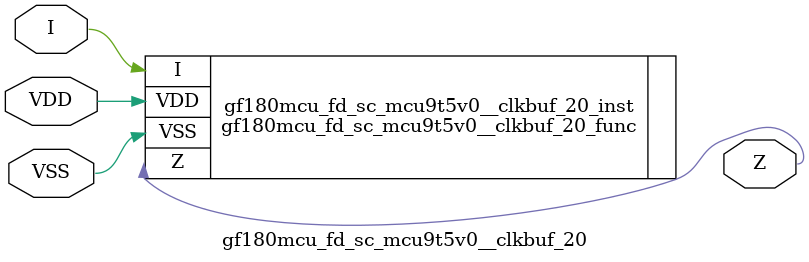
<source format=v>

module gf180mcu_fd_sc_mcu9t5v0__clkbuf_20( I, Z, VDD, VSS );
input I;
inout VDD, VSS;
output Z;

   `ifdef FUNCTIONAL  //  functional //

	gf180mcu_fd_sc_mcu9t5v0__clkbuf_20_func gf180mcu_fd_sc_mcu9t5v0__clkbuf_20_behav_inst(.I(I),.Z(Z),.VDD(VDD),.VSS(VSS));

   `else

	gf180mcu_fd_sc_mcu9t5v0__clkbuf_20_func gf180mcu_fd_sc_mcu9t5v0__clkbuf_20_inst(.I(I),.Z(Z),.VDD(VDD),.VSS(VSS));

	// spec_gates_begin


	// spec_gates_end



   specify

	// specify_block_begin

	// comb arc I --> Z
	 (I => Z) = (1.0,1.0);

	// specify_block_end

   endspecify

   `endif

endmodule

</source>
